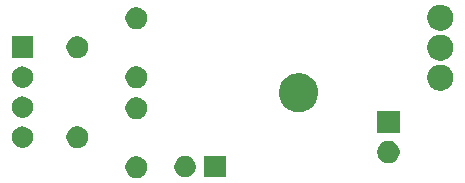
<source format=gbr>
G04 #@! TF.GenerationSoftware,KiCad,Pcbnew,5.1.5-52549c5~86~ubuntu16.04.1*
G04 #@! TF.CreationDate,2020-07-22T23:43:53+05:30*
G04 #@! TF.ProjectId,IR_Sensor_Module_555_V1.0,49525f53-656e-4736-9f72-5f4d6f64756c,rev?*
G04 #@! TF.SameCoordinates,Original*
G04 #@! TF.FileFunction,Soldermask,Bot*
G04 #@! TF.FilePolarity,Negative*
%FSLAX46Y46*%
G04 Gerber Fmt 4.6, Leading zero omitted, Abs format (unit mm)*
G04 Created by KiCad (PCBNEW 5.1.5-52549c5~86~ubuntu16.04.1) date 2020-07-22 23:43:53*
%MOMM*%
%LPD*%
G04 APERTURE LIST*
%ADD10C,0.100000*%
G04 APERTURE END LIST*
D10*
G36*
X112030104Y-113409585D02*
G01*
X112198626Y-113479389D01*
X112350291Y-113580728D01*
X112479272Y-113709709D01*
X112580611Y-113861374D01*
X112650415Y-114029896D01*
X112686000Y-114208797D01*
X112686000Y-114391203D01*
X112650415Y-114570104D01*
X112580611Y-114738626D01*
X112479272Y-114890291D01*
X112350291Y-115019272D01*
X112198626Y-115120611D01*
X112030104Y-115190415D01*
X111851203Y-115226000D01*
X111668797Y-115226000D01*
X111489896Y-115190415D01*
X111321374Y-115120611D01*
X111169709Y-115019272D01*
X111040728Y-114890291D01*
X110939389Y-114738626D01*
X110869585Y-114570104D01*
X110834000Y-114391203D01*
X110834000Y-114208797D01*
X110869585Y-114029896D01*
X110939389Y-113861374D01*
X111040728Y-113709709D01*
X111169709Y-113580728D01*
X111321374Y-113479389D01*
X111489896Y-113409585D01*
X111668797Y-113374000D01*
X111851203Y-113374000D01*
X112030104Y-113409585D01*
G37*
G36*
X119333005Y-115159717D02*
G01*
X117531005Y-115159717D01*
X117531005Y-113357717D01*
X119333005Y-113357717D01*
X119333005Y-115159717D01*
G37*
G36*
X116005517Y-113362644D02*
G01*
X116154817Y-113392341D01*
X116318789Y-113460261D01*
X116466359Y-113558864D01*
X116591858Y-113684363D01*
X116690461Y-113831933D01*
X116758381Y-113995905D01*
X116793005Y-114169976D01*
X116793005Y-114347458D01*
X116758381Y-114521529D01*
X116690461Y-114685501D01*
X116591858Y-114833071D01*
X116466359Y-114958570D01*
X116318789Y-115057173D01*
X116154817Y-115125093D01*
X116005517Y-115154790D01*
X115980747Y-115159717D01*
X115803263Y-115159717D01*
X115778493Y-115154790D01*
X115629193Y-115125093D01*
X115465221Y-115057173D01*
X115317651Y-114958570D01*
X115192152Y-114833071D01*
X115093549Y-114685501D01*
X115025629Y-114521529D01*
X114991005Y-114347458D01*
X114991005Y-114169976D01*
X115025629Y-113995905D01*
X115093549Y-113831933D01*
X115192152Y-113684363D01*
X115317651Y-113558864D01*
X115465221Y-113460261D01*
X115629193Y-113392341D01*
X115778493Y-113362644D01*
X115803263Y-113357717D01*
X115980747Y-113357717D01*
X116005517Y-113362644D01*
G37*
G36*
X133373395Y-112115546D02*
G01*
X133546466Y-112187234D01*
X133563515Y-112198626D01*
X133702227Y-112291310D01*
X133834690Y-112423773D01*
X133834691Y-112423775D01*
X133938766Y-112579534D01*
X134010454Y-112752605D01*
X134047000Y-112936333D01*
X134047000Y-113123667D01*
X134010454Y-113307395D01*
X133938766Y-113480466D01*
X133938765Y-113480467D01*
X133834690Y-113636227D01*
X133702227Y-113768690D01*
X133623818Y-113821081D01*
X133546466Y-113872766D01*
X133373395Y-113944454D01*
X133189667Y-113981000D01*
X133002333Y-113981000D01*
X132818605Y-113944454D01*
X132645534Y-113872766D01*
X132568182Y-113821081D01*
X132489773Y-113768690D01*
X132357310Y-113636227D01*
X132253235Y-113480467D01*
X132253234Y-113480466D01*
X132181546Y-113307395D01*
X132145000Y-113123667D01*
X132145000Y-112936333D01*
X132181546Y-112752605D01*
X132253234Y-112579534D01*
X132357309Y-112423775D01*
X132357310Y-112423773D01*
X132489773Y-112291310D01*
X132628485Y-112198626D01*
X132645534Y-112187234D01*
X132818605Y-112115546D01*
X133002333Y-112079000D01*
X133189667Y-112079000D01*
X133373395Y-112115546D01*
G37*
G36*
X107030104Y-110869585D02*
G01*
X107198626Y-110939389D01*
X107350291Y-111040728D01*
X107479272Y-111169709D01*
X107580611Y-111321374D01*
X107650415Y-111489896D01*
X107686000Y-111668797D01*
X107686000Y-111851203D01*
X107650415Y-112030104D01*
X107580611Y-112198626D01*
X107479272Y-112350291D01*
X107350291Y-112479272D01*
X107198626Y-112580611D01*
X107030104Y-112650415D01*
X106851203Y-112686000D01*
X106668797Y-112686000D01*
X106489896Y-112650415D01*
X106321374Y-112580611D01*
X106169709Y-112479272D01*
X106040728Y-112350291D01*
X105939389Y-112198626D01*
X105869585Y-112030104D01*
X105834000Y-111851203D01*
X105834000Y-111668797D01*
X105869585Y-111489896D01*
X105939389Y-111321374D01*
X106040728Y-111169709D01*
X106169709Y-111040728D01*
X106321374Y-110939389D01*
X106489896Y-110869585D01*
X106668797Y-110834000D01*
X106851203Y-110834000D01*
X107030104Y-110869585D01*
G37*
G36*
X102221512Y-110863927D02*
G01*
X102370812Y-110893624D01*
X102534784Y-110961544D01*
X102682354Y-111060147D01*
X102807853Y-111185646D01*
X102906456Y-111333216D01*
X102974376Y-111497188D01*
X103009000Y-111671259D01*
X103009000Y-111848741D01*
X102974376Y-112022812D01*
X102906456Y-112186784D01*
X102807853Y-112334354D01*
X102682354Y-112459853D01*
X102534784Y-112558456D01*
X102370812Y-112626376D01*
X102221512Y-112656073D01*
X102196742Y-112661000D01*
X102019258Y-112661000D01*
X101994488Y-112656073D01*
X101845188Y-112626376D01*
X101681216Y-112558456D01*
X101533646Y-112459853D01*
X101408147Y-112334354D01*
X101309544Y-112186784D01*
X101241624Y-112022812D01*
X101207000Y-111848741D01*
X101207000Y-111671259D01*
X101241624Y-111497188D01*
X101309544Y-111333216D01*
X101408147Y-111185646D01*
X101533646Y-111060147D01*
X101681216Y-110961544D01*
X101845188Y-110893624D01*
X101994488Y-110863927D01*
X102019258Y-110859000D01*
X102196742Y-110859000D01*
X102221512Y-110863927D01*
G37*
G36*
X134047000Y-111441000D02*
G01*
X132145000Y-111441000D01*
X132145000Y-109539000D01*
X134047000Y-109539000D01*
X134047000Y-111441000D01*
G37*
G36*
X112030104Y-108409585D02*
G01*
X112198626Y-108479389D01*
X112350291Y-108580728D01*
X112479272Y-108709709D01*
X112580611Y-108861374D01*
X112650415Y-109029896D01*
X112686000Y-109208797D01*
X112686000Y-109391203D01*
X112650415Y-109570104D01*
X112580611Y-109738626D01*
X112479272Y-109890291D01*
X112350291Y-110019272D01*
X112198626Y-110120611D01*
X112030104Y-110190415D01*
X111851203Y-110226000D01*
X111668797Y-110226000D01*
X111489896Y-110190415D01*
X111321374Y-110120611D01*
X111169709Y-110019272D01*
X111040728Y-109890291D01*
X110939389Y-109738626D01*
X110869585Y-109570104D01*
X110834000Y-109391203D01*
X110834000Y-109208797D01*
X110869585Y-109029896D01*
X110939389Y-108861374D01*
X111040728Y-108709709D01*
X111169709Y-108580728D01*
X111321374Y-108479389D01*
X111489896Y-108409585D01*
X111668797Y-108374000D01*
X111851203Y-108374000D01*
X112030104Y-108409585D01*
G37*
G36*
X102221512Y-108323927D02*
G01*
X102370812Y-108353624D01*
X102534784Y-108421544D01*
X102682354Y-108520147D01*
X102807853Y-108645646D01*
X102906456Y-108793216D01*
X102974376Y-108957188D01*
X103009000Y-109131259D01*
X103009000Y-109308741D01*
X102974376Y-109482812D01*
X102906456Y-109646784D01*
X102807853Y-109794354D01*
X102682354Y-109919853D01*
X102534784Y-110018456D01*
X102370812Y-110086376D01*
X102221512Y-110116073D01*
X102196742Y-110121000D01*
X102019258Y-110121000D01*
X101994488Y-110116073D01*
X101845188Y-110086376D01*
X101681216Y-110018456D01*
X101533646Y-109919853D01*
X101408147Y-109794354D01*
X101309544Y-109646784D01*
X101241624Y-109482812D01*
X101207000Y-109308741D01*
X101207000Y-109131259D01*
X101241624Y-108957188D01*
X101309544Y-108793216D01*
X101408147Y-108645646D01*
X101533646Y-108520147D01*
X101681216Y-108421544D01*
X101845188Y-108353624D01*
X101994488Y-108323927D01*
X102019258Y-108319000D01*
X102196742Y-108319000D01*
X102221512Y-108323927D01*
G37*
G36*
X125875256Y-106391298D02*
G01*
X125981579Y-106412447D01*
X126282042Y-106536903D01*
X126552451Y-106717585D01*
X126782415Y-106947549D01*
X126963097Y-107217958D01*
X127087553Y-107518421D01*
X127108702Y-107624744D01*
X127147741Y-107821003D01*
X127151000Y-107837391D01*
X127151000Y-108162609D01*
X127087553Y-108481579D01*
X126963097Y-108782042D01*
X126782415Y-109052451D01*
X126552451Y-109282415D01*
X126282042Y-109463097D01*
X125981579Y-109587553D01*
X125875256Y-109608702D01*
X125662611Y-109651000D01*
X125337389Y-109651000D01*
X125124744Y-109608702D01*
X125018421Y-109587553D01*
X124717958Y-109463097D01*
X124447549Y-109282415D01*
X124217585Y-109052451D01*
X124036903Y-108782042D01*
X123912447Y-108481579D01*
X123849000Y-108162609D01*
X123849000Y-107837391D01*
X123852260Y-107821003D01*
X123891298Y-107624744D01*
X123912447Y-107518421D01*
X124036903Y-107217958D01*
X124217585Y-106947549D01*
X124447549Y-106717585D01*
X124717958Y-106536903D01*
X125018421Y-106412447D01*
X125124744Y-106391298D01*
X125337389Y-106349000D01*
X125662611Y-106349000D01*
X125875256Y-106391298D01*
G37*
G36*
X137714201Y-105640159D02*
G01*
X137820556Y-105661314D01*
X138020926Y-105744310D01*
X138201250Y-105864798D01*
X138354611Y-106018159D01*
X138475099Y-106198483D01*
X138475099Y-106198484D01*
X138558095Y-106398853D01*
X138560292Y-106409897D01*
X138595878Y-106588797D01*
X138600406Y-106611564D01*
X138600406Y-106828442D01*
X138558095Y-107041153D01*
X138526005Y-107118625D01*
X138475099Y-107241523D01*
X138354611Y-107421847D01*
X138201250Y-107575208D01*
X138020926Y-107695696D01*
X137820556Y-107778692D01*
X137714201Y-107799847D01*
X137607846Y-107821003D01*
X137390966Y-107821003D01*
X137284611Y-107799847D01*
X137178256Y-107778692D01*
X137078072Y-107737194D01*
X136977886Y-107695696D01*
X136797562Y-107575208D01*
X136644201Y-107421847D01*
X136523713Y-107241523D01*
X136472807Y-107118625D01*
X136440717Y-107041153D01*
X136398406Y-106828442D01*
X136398406Y-106611564D01*
X136402935Y-106588797D01*
X136438520Y-106409897D01*
X136440717Y-106398853D01*
X136523713Y-106198484D01*
X136523713Y-106198483D01*
X136644201Y-106018159D01*
X136797562Y-105864798D01*
X136977886Y-105744310D01*
X137078072Y-105702812D01*
X137178256Y-105661314D01*
X137284612Y-105640158D01*
X137390966Y-105619003D01*
X137607846Y-105619003D01*
X137714201Y-105640159D01*
G37*
G36*
X112030104Y-105789585D02*
G01*
X112198626Y-105859389D01*
X112350291Y-105960728D01*
X112479272Y-106089709D01*
X112580611Y-106241374D01*
X112650415Y-106409896D01*
X112686000Y-106588797D01*
X112686000Y-106771203D01*
X112650415Y-106950104D01*
X112580611Y-107118626D01*
X112479272Y-107270291D01*
X112350291Y-107399272D01*
X112198626Y-107500611D01*
X112030104Y-107570415D01*
X111851203Y-107606000D01*
X111668797Y-107606000D01*
X111489896Y-107570415D01*
X111321374Y-107500611D01*
X111169709Y-107399272D01*
X111040728Y-107270291D01*
X110939389Y-107118626D01*
X110869585Y-106950104D01*
X110834000Y-106771203D01*
X110834000Y-106588797D01*
X110869585Y-106409896D01*
X110939389Y-106241374D01*
X111040728Y-106089709D01*
X111169709Y-105960728D01*
X111321374Y-105859389D01*
X111489896Y-105789585D01*
X111668797Y-105754000D01*
X111851203Y-105754000D01*
X112030104Y-105789585D01*
G37*
G36*
X102221512Y-105783927D02*
G01*
X102370812Y-105813624D01*
X102534784Y-105881544D01*
X102682354Y-105980147D01*
X102807853Y-106105646D01*
X102906456Y-106253216D01*
X102974376Y-106417188D01*
X103009000Y-106591259D01*
X103009000Y-106768741D01*
X102974376Y-106942812D01*
X102906456Y-107106784D01*
X102807853Y-107254354D01*
X102682354Y-107379853D01*
X102534784Y-107478456D01*
X102370812Y-107546376D01*
X102225875Y-107575205D01*
X102196742Y-107581000D01*
X102019258Y-107581000D01*
X101990125Y-107575205D01*
X101845188Y-107546376D01*
X101681216Y-107478456D01*
X101533646Y-107379853D01*
X101408147Y-107254354D01*
X101309544Y-107106784D01*
X101241624Y-106942812D01*
X101207000Y-106768741D01*
X101207000Y-106591259D01*
X101241624Y-106417188D01*
X101309544Y-106253216D01*
X101408147Y-106105646D01*
X101533646Y-105980147D01*
X101681216Y-105881544D01*
X101845188Y-105813624D01*
X101994488Y-105783927D01*
X102019258Y-105779000D01*
X102196742Y-105779000D01*
X102221512Y-105783927D01*
G37*
G36*
X137714200Y-103100158D02*
G01*
X137820556Y-103121314D01*
X138020926Y-103204310D01*
X138201250Y-103324798D01*
X138354611Y-103478159D01*
X138475099Y-103658483D01*
X138475099Y-103658484D01*
X138558095Y-103858853D01*
X138560292Y-103869897D01*
X138600406Y-104071563D01*
X138600406Y-104288443D01*
X138558095Y-104501152D01*
X138475099Y-104701523D01*
X138354611Y-104881847D01*
X138201250Y-105035208D01*
X138020926Y-105155696D01*
X137820556Y-105238692D01*
X137714200Y-105259848D01*
X137607846Y-105281003D01*
X137390966Y-105281003D01*
X137284612Y-105259848D01*
X137178256Y-105238692D01*
X136977886Y-105155696D01*
X136797562Y-105035208D01*
X136644201Y-104881847D01*
X136523713Y-104701523D01*
X136440717Y-104501152D01*
X136398406Y-104288443D01*
X136398406Y-104071563D01*
X136438520Y-103869897D01*
X136440717Y-103858853D01*
X136523713Y-103658484D01*
X136523713Y-103658483D01*
X136644201Y-103478159D01*
X136797562Y-103324798D01*
X136977886Y-103204310D01*
X137078072Y-103162812D01*
X137178256Y-103121314D01*
X137284611Y-103100159D01*
X137390966Y-103079003D01*
X137607846Y-103079003D01*
X137714200Y-103100158D01*
G37*
G36*
X107030104Y-103249585D02*
G01*
X107198626Y-103319389D01*
X107350291Y-103420728D01*
X107479272Y-103549709D01*
X107580611Y-103701374D01*
X107650415Y-103869896D01*
X107686000Y-104048797D01*
X107686000Y-104231203D01*
X107650415Y-104410104D01*
X107580611Y-104578626D01*
X107479272Y-104730291D01*
X107350291Y-104859272D01*
X107198626Y-104960611D01*
X107030104Y-105030415D01*
X106851203Y-105066000D01*
X106668797Y-105066000D01*
X106489896Y-105030415D01*
X106321374Y-104960611D01*
X106169709Y-104859272D01*
X106040728Y-104730291D01*
X105939389Y-104578626D01*
X105869585Y-104410104D01*
X105834000Y-104231203D01*
X105834000Y-104048797D01*
X105869585Y-103869896D01*
X105939389Y-103701374D01*
X106040728Y-103549709D01*
X106169709Y-103420728D01*
X106321374Y-103319389D01*
X106489896Y-103249585D01*
X106668797Y-103214000D01*
X106851203Y-103214000D01*
X107030104Y-103249585D01*
G37*
G36*
X103009000Y-105041000D02*
G01*
X101207000Y-105041000D01*
X101207000Y-103239000D01*
X103009000Y-103239000D01*
X103009000Y-105041000D01*
G37*
G36*
X137714200Y-100560158D02*
G01*
X137820556Y-100581314D01*
X137920740Y-100622812D01*
X138020926Y-100664310D01*
X138201250Y-100784798D01*
X138354611Y-100938159D01*
X138475099Y-101118483D01*
X138558095Y-101318854D01*
X138600406Y-101531563D01*
X138600406Y-101748443D01*
X138558095Y-101961152D01*
X138475099Y-102161523D01*
X138354611Y-102341847D01*
X138201250Y-102495208D01*
X138020926Y-102615696D01*
X137920740Y-102657194D01*
X137820556Y-102698692D01*
X137714201Y-102719847D01*
X137607846Y-102741003D01*
X137390966Y-102741003D01*
X137284611Y-102719847D01*
X137178256Y-102698692D01*
X136977886Y-102615696D01*
X136797562Y-102495208D01*
X136644201Y-102341847D01*
X136523713Y-102161523D01*
X136440717Y-101961152D01*
X136398406Y-101748443D01*
X136398406Y-101531563D01*
X136440717Y-101318854D01*
X136523713Y-101118483D01*
X136644201Y-100938159D01*
X136797562Y-100784798D01*
X136977886Y-100664310D01*
X137178256Y-100581314D01*
X137284612Y-100560158D01*
X137390966Y-100539003D01*
X137607846Y-100539003D01*
X137714200Y-100560158D01*
G37*
G36*
X112030104Y-100789585D02*
G01*
X112198626Y-100859389D01*
X112350291Y-100960728D01*
X112479272Y-101089709D01*
X112580611Y-101241374D01*
X112650415Y-101409896D01*
X112686000Y-101588797D01*
X112686000Y-101771203D01*
X112650415Y-101950104D01*
X112580611Y-102118626D01*
X112479272Y-102270291D01*
X112350291Y-102399272D01*
X112198626Y-102500611D01*
X112030104Y-102570415D01*
X111851203Y-102606000D01*
X111668797Y-102606000D01*
X111489896Y-102570415D01*
X111321374Y-102500611D01*
X111169709Y-102399272D01*
X111040728Y-102270291D01*
X110939389Y-102118626D01*
X110869585Y-101950104D01*
X110834000Y-101771203D01*
X110834000Y-101588797D01*
X110869585Y-101409896D01*
X110939389Y-101241374D01*
X111040728Y-101089709D01*
X111169709Y-100960728D01*
X111321374Y-100859389D01*
X111489896Y-100789585D01*
X111668797Y-100754000D01*
X111851203Y-100754000D01*
X112030104Y-100789585D01*
G37*
M02*

</source>
